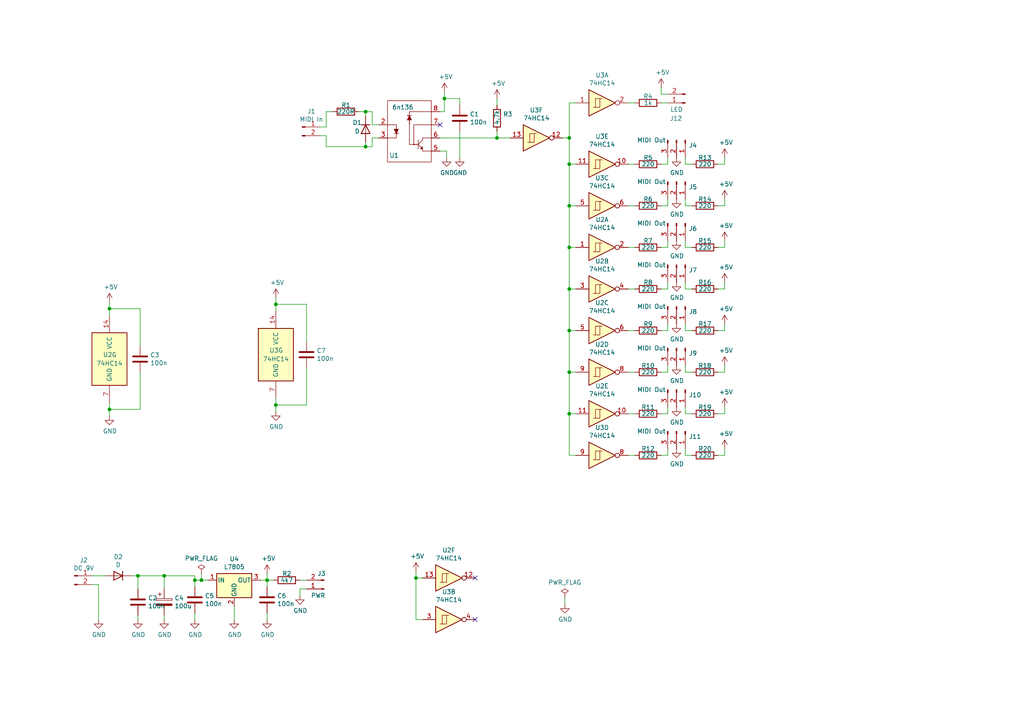
<source format=kicad_sch>
(kicad_sch (version 20230121) (generator eeschema)
  (paper "A4")
  (title_block (title "MIDI splitter") (company "DorisS"))
  (lib_symbols
    (symbol "74xx:74HC14" (pin_names (offset 1.016))
      (property "Reference" "U" (at 0 1.27 0))
      (property "Value" "74HC14" (at 0 -1.27 0))
      (symbol "74HC14_1_0"
        (polyline (pts (xy -3.81 3.81) (xy -3.81 -3.81) (xy 3.81 0) (xy -3.81 3.81)) (stroke (width 0.254)) (fill (type background)))
        (pin input line (at -7.62 0 0) (length 3.81) (name "~") (number "1"))
        (pin output inverted (at 7.62 0 180) (length 3.81) (name "~") (number "2"))
      )
      (symbol "74HC14_1_1"
        (polyline (pts (xy -1.905 -1.27) (xy -1.905 1.27) (xy -0.635 1.27)))
        (polyline (pts (xy -2.54 -1.27) (xy -0.635 -1.27) (xy -0.635 1.27) (xy 0 1.27)))
      )
      (symbol "74HC14_2_0"
        (polyline (pts (xy -3.81 3.81) (xy -3.81 -3.81) (xy 3.81 0) (xy -3.81 3.81)) (stroke (width 0.254)) (fill (type background)))
        (pin input line (at -7.62 0 0) (length 3.81) (name "~") (number "3"))
        (pin output inverted (at 7.62 0 180) (length 3.81) (name "~") (number "4"))
      )
      (symbol "74HC14_2_1"
        (polyline (pts (xy -1.905 -1.27) (xy -1.905 1.27) (xy -0.635 1.27)))
        (polyline (pts (xy -2.54 -1.27) (xy -0.635 -1.27) (xy -0.635 1.27) (xy 0 1.27)))
      )
      (symbol "74HC14_3_0"
        (polyline (pts (xy -3.81 3.81) (xy -3.81 -3.81) (xy 3.81 0) (xy -3.81 3.81)) (stroke (width 0.254)) (fill (type background)))
        (pin input line (at -7.62 0 0) (length 3.81) (name "~") (number "5"))
        (pin output inverted (at 7.62 0 180) (length 3.81) (name "~") (number "6"))
      )
      (symbol "74HC14_3_1"
        (polyline (pts (xy -1.905 -1.27) (xy -1.905 1.27) (xy -0.635 1.27)))
        (polyline (pts (xy -2.54 -1.27) (xy -0.635 -1.27) (xy -0.635 1.27) (xy 0 1.27)))
      )
      (symbol "74HC14_4_0"
        (polyline (pts (xy -3.81 3.81) (xy -3.81 -3.81) (xy 3.81 0) (xy -3.81 3.81)) (stroke (width 0.254)) (fill (type background)))
        (pin output inverted (at 7.62 0 180) (length 3.81) (name "~") (number "8"))
        (pin input line (at -7.62 0 0) (length 3.81) (name "~") (number "9"))
      )
      (symbol "74HC14_4_1"
        (polyline (pts (xy -1.905 -1.27) (xy -1.905 1.27) (xy -0.635 1.27)))
        (polyline (pts (xy -2.54 -1.27) (xy -0.635 -1.27) (xy -0.635 1.27) (xy 0 1.27)))
      )
      (symbol "74HC14_5_0"
        (polyline (pts (xy -3.81 3.81) (xy -3.81 -3.81) (xy 3.81 0) (xy -3.81 3.81)) (stroke (width 0.254)) (fill (type background)))
        (pin output inverted (at 7.62 0 180) (length 3.81) (name "~") (number "10"))
        (pin input line (at -7.62 0 0) (length 3.81) (name "~") (number "11"))
      )
      (symbol "74HC14_5_1"
        (polyline (pts (xy -1.905 -1.27) (xy -1.905 1.27) (xy -0.635 1.27)))
        (polyline (pts (xy -2.54 -1.27) (xy -0.635 -1.27) (xy -0.635 1.27) (xy 0 1.27)))
      )
      (symbol "74HC14_6_0"
        (polyline (pts (xy -3.81 3.81) (xy -3.81 -3.81) (xy 3.81 0) (xy -3.81 3.81)) (stroke (width 0.254)) (fill (type background)))
        (pin output inverted (at 7.62 0 180) (length 3.81) (name "~") (number "12"))
        (pin input line (at -7.62 0 0) (length 3.81) (name "~") (number "13"))
      )
      (symbol "74HC14_6_1"
        (polyline (pts (xy -1.905 -1.27) (xy -1.905 1.27) (xy -0.635 1.27)))
        (polyline (pts (xy -2.54 -1.27) (xy -0.635 -1.27) (xy -0.635 1.27) (xy 0 1.27)))
      )
      (symbol "74HC14_7_0"
        (pin power_in line (at 0 12.7 270) (length 5.08) (name "VCC") (number "14"))
        (pin power_in line (at 0 -12.7 90) (length 5.08) (name "GND") (number "7"))
      )
      (symbol "74HC14_7_1"
        (rectangle (start -5.08 7.62) (end 5.08 -7.62) (stroke (width 0.254)) (fill (type background)))
      )
    )
    (symbol "Connector:Conn_01x02_Male" (pin_names (offset 1.016) hide)
      (property "Reference" "J" (at 0 2.54 0))
      (property "Value" "Connector_Conn_01x02_Male" (at 0 -5.08 0))
      (symbol "Conn_01x02_Male_1_1"
        (polyline (pts (xy 1.27 -2.54) (xy 0.8636 -2.54)) (stroke (width 0.1524)))
        (polyline (pts (xy 1.27 0) (xy 0.8636 0)) (stroke (width 0.1524)))
        (rectangle (start 0.8636 -2.413) (end 0 -2.667) (stroke (width 0.1524)) (fill (type outline)))
        (rectangle (start 0.8636 0.127) (end 0 -0.127) (stroke (width 0.1524)) (fill (type outline)))
        (pin passive line (at 5.08 0 180) (length 3.81) (name "Pin_1") (number "1"))
        (pin passive line (at 5.08 -2.54 180) (length 3.81) (name "Pin_2") (number "2"))
      )
    )
    (symbol "Connector:Conn_01x03_Male" (pin_names (offset 1.016) hide)
      (property "Reference" "J" (at 0 5.08 0))
      (property "Value" "Connector_Conn_01x03_Male" (at 0 -5.08 0))
      (symbol "Conn_01x03_Male_1_1"
        (polyline (pts (xy 1.27 -2.54) (xy 0.8636 -2.54)) (stroke (width 0.1524)))
        (polyline (pts (xy 1.27 0) (xy 0.8636 0)) (stroke (width 0.1524)))
        (polyline (pts (xy 1.27 2.54) (xy 0.8636 2.54)) (stroke (width 0.1524)))
        (rectangle (start 0.8636 -2.413) (end 0 -2.667) (stroke (width 0.1524)) (fill (type outline)))
        (rectangle (start 0.8636 0.127) (end 0 -0.127) (stroke (width 0.1524)) (fill (type outline)))
        (rectangle (start 0.8636 2.667) (end 0 2.413) (stroke (width 0.1524)) (fill (type outline)))
        (pin passive line (at 5.08 2.54 180) (length 3.81) (name "Pin_1") (number "1"))
        (pin passive line (at 5.08 0 180) (length 3.81) (name "Pin_2") (number "2"))
        (pin passive line (at 5.08 -2.54 180) (length 3.81) (name "Pin_3") (number "3"))
      )
    )
    (symbol "Device:C" (pin_numbers hide) (pin_names (offset 0.254))
      (property "Reference" "C" (at 0.635 2.54 0))
      (property "Value" "C" (at 0.635 -2.54 0))
      (symbol "C_0_1"
        (polyline (pts (xy -2.032 -0.762) (xy 2.032 -0.762)) (stroke (width 0.508)))
        (polyline (pts (xy -2.032 0.762) (xy 2.032 0.762)) (stroke (width 0.508)))
      )
      (symbol "C_1_1"
        (pin passive line (at 0 3.81 270) (length 2.794) (name "~") (number "1"))
        (pin passive line (at 0 -3.81 90) (length 2.794) (name "~") (number "2"))
      )
    )
    (symbol "Device:CP" (pin_numbers hide) (pin_names (offset 0.254))
      (property "Reference" "C" (at 0.635 2.54 0))
      (property "Value" "Device_CP" (at 0.635 -2.54 0))
      (symbol "CP_0_1"
        (rectangle (start -2.286 0.508) (end -2.286 1.016))
        (rectangle (start -2.286 0.508) (end 2.286 0.508))
        (polyline (pts (xy -1.778 2.286) (xy -0.762 2.286)))
        (polyline (pts (xy -1.27 2.794) (xy -1.27 1.778)))
        (rectangle (start 2.286 -0.508) (end -2.286 -1.016) (fill (type outline)))
        (rectangle (start 2.286 1.016) (end -2.286 1.016))
        (rectangle (start 2.286 1.016) (end 2.286 0.508))
      )
      (symbol "CP_1_1"
        (pin passive line (at 0 3.81 270) (length 2.794) (name "~") (number "1"))
        (pin passive line (at 0 -3.81 90) (length 2.794) (name "~") (number "2"))
      )
    )
    (symbol "Device:D" (pin_numbers hide) (pin_names (offset 1.016) hide)
      (property "Reference" "D" (at 0 2.54 0))
      (property "Value" "D" (at 0 -2.54 0))
      (symbol "D_0_1"
        (polyline (pts (xy -1.27 1.27) (xy -1.27 -1.27)) (stroke (width 0.254)))
        (polyline (pts (xy 1.27 0) (xy -1.27 0)))
        (polyline (pts (xy 1.27 1.27) (xy 1.27 -1.27) (xy -1.27 0) (xy 1.27 1.27)) (stroke (width 0.254)))
      )
      (symbol "D_1_1"
        (pin passive line (at -3.81 0 0) (length 2.54) (name "K") (number "1"))
        (pin passive line (at 3.81 0 180) (length 2.54) (name "A") (number "2"))
      )
    )
    (symbol "Device:R" (pin_numbers hide) (pin_names (offset 0))
      (property "Reference" "R" (at 2.032 0 90))
      (property "Value" "R" (at 0 0 90))
      (symbol "R_0_1"
        (rectangle (start -1.016 -2.54) (end 1.016 2.54) (stroke (width 0.254)))
      )
      (symbol "R_1_1"
        (pin passive line (at 0 3.81 270) (length 1.27) (name "~") (number "1"))
        (pin passive line (at 0 -3.81 90) (length 1.27) (name "~") (number "2"))
      )
    )
    (symbol "Regulator_Linear:L7805" (pin_names (offset 0.254))
      (property "Reference" "U" (at -3.81 3.175 0))
      (property "Value" "L7805" (at 0 3.175 0))
      (symbol "L7805_0_1"
        (rectangle (start -5.08 1.905) (end 5.08 -5.08) (stroke (width 0.254)) (fill (type background)))
      )
      (symbol "L7805_1_1"
        (pin power_in line (at -7.62 0 0) (length 2.54) (name "IN") (number "1"))
        (pin power_in line (at 0 -7.62 90) (length 2.54) (name "GND") (number "2"))
        (pin power_out line (at 7.62 0 180) (length 2.54) (name "OUT") (number "3"))
      )
    )
    (symbol "Relay_SolidState:6n136" (pin_names (offset 1.016))
      (property "Reference" "U" (at 0 7.62 0))
      (property "Value" "6n136" (at 0 -7.62 0))
      (symbol "6n136_0_1"
        (polyline (pts (xy -6.35 -1.905) (xy -3.81 -1.905)))
        (polyline (pts (xy -4.445 -0.635) (xy -3.175 -0.635)))
        (polyline (pts (xy -3.81 -1.905) (xy -3.81 -1.905)))
        (polyline (pts (xy -3.81 -1.27) (xy -3.81 -1.905)))
        (polyline (pts (xy -3.81 1.27) (xy -3.81 0.635)))
        (polyline (pts (xy -3.81 1.905) (xy -6.35 1.905)))
        (polyline (pts (xy -3.81 1.905) (xy -3.81 1.27)))
        (polyline (pts (xy 0 -3.81) (xy 0 -2.54)))
        (polyline (pts (xy 0 -2.54) (xy 0 -2.54)))
        (polyline (pts (xy 0 2.54) (xy 0 -2.54)))
        (polyline (pts (xy 0 2.667) (xy 0 3.302)))
        (polyline (pts (xy 0 3.175) (xy 0 1.905)))
        (polyline (pts (xy 0.635 4.572) (xy -0.635 4.572)))
        (polyline (pts (xy 2.54 -3.81) (xy 1.905 -3.81)))
        (polyline (pts (xy 2.54 -2.54) (xy 2.54 -5.08)))
        (polyline (pts (xy 3.683 -4.826) (xy 3.683 -4.953)))
        (polyline (pts (xy 3.81 -5.715) (xy 6.35 -5.715)))
        (polyline (pts (xy 3.81 -5.08) (xy 3.81 -5.715)))
        (polyline (pts (xy 3.81 -5.08) (xy 3.81 -5.08)))
        (polyline (pts (xy 3.81 -1.905) (xy 3.81 -2.54)))
        (polyline (pts (xy 6.35 -5.715) (xy 6.35 -5.715)))
        (polyline (pts (xy 6.35 -1.905) (xy 3.81 -1.905)))
        (polyline (pts (xy 19.685 -12.065) (xy 19.685 -12.065)))
        (polyline (pts (xy -3.175 -0.635) (xy -3.81 -0.635) (xy -3.81 -1.27)))
        (polyline (pts (xy -0.635 4.572) (xy 0 4.572) (xy 0 5.207)))
        (polyline (pts (xy 1.27 -3.81) (xy 1.27 1.905) (xy 6.35 1.905)))
        (polyline (pts (xy 1.905 -3.81) (xy 1.27 -3.81) (xy 0 -3.81)))
        (polyline (pts (xy 3.81 -5.08) (xy 2.54 -3.81) (xy 3.81 -2.54)))
        (polyline (pts (xy 6.35 5.715) (xy 0 5.715) (xy 0 5.08)))
        (polyline (pts (xy 3.683 -4.699) (xy 3.429 -4.953) (xy 3.556 -4.953) (xy 3.683 -4.826)))
        (polyline (pts (xy 3.81 -5.08) (xy 3.81 -4.445) (xy 3.175 -5.08) (xy 3.81 -5.08)))
        (polyline (pts (xy -3.81 -0.508) (xy -3.937 0) (xy -3.937 0.254) (xy -3.937 0.508) (xy -3.302 0.508)))
        (polyline (pts (xy -3.81 0.635) (xy -3.175 0.635) (xy -3.81 -0.635) (xy -4.445 0.635) (xy -3.81 0.635)))
        (polyline (pts (xy 0 3.302) (xy -0.635 3.302) (xy 0 4.572) (xy 0.635 3.302) (xy 0 3.302)))
        (polyline (pts (xy 0 4.445) (xy 0.127 3.937) (xy 0.127 3.683) (xy 0.127 3.429) (xy -0.508 3.429)))
        (polyline (pts (xy 6.35 5.08) (xy 6.35 -8.89) (xy -6.35 -8.89) (xy -6.35 8.89) (xy -2.54 8.89) (xy 6.35 8.89) (xy 6.35 5.08)))
        (polyline (pts (xy -3.302 0.508) (xy -3.81 -0.381) (xy -3.429 0.508) (xy -3.937 -0.254) (xy -3.556 0.508) (xy -3.937 -0.127) (xy -3.683 0.508) (xy -3.937 -0.127) (xy -4.064 0) (xy -3.81 0.508) (xy -4.318 0.508) (xy -4.064 0.127) (xy -4.064 0.381) (xy -3.937 0.381) (xy -4.191 0.381)))
        (polyline (pts (xy -0.508 3.429) (xy 0 4.318) (xy -0.381 3.429) (xy 0.127 4.191) (xy -0.254 3.429) (xy 0.127 4.064) (xy -0.127 3.429) (xy 0.127 4.064) (xy 0.254 3.937) (xy 0 3.429) (xy 0.508 3.429) (xy 0.254 3.81) (xy 0.254 3.556) (xy 0.127 3.556) (xy 0.381 3.556)))
        (circle (center 1.27 -3.81) (radius 0.0001))
        (circle (center 1.27 -3.81) (radius 0.127))
        (circle (center 1.905 -3.81) (radius 0.0001))
        (circle (center 3.683 -4.953) (radius 0.0001))
      )
      (symbol "6n136_1_1"
        (pin no_connect line (at -8.89 5.715 0) (length 2.54) hide (name "NC") (number "1"))
        (pin passive line (at -8.89 1.905 0) (length 2.54) (name "~") (number "2"))
        (pin passive line (at -8.89 -1.905 0) (length 2.54) (name "~") (number "3"))
        (pin no_connect line (at -8.89 -5.715 0) (length 2.54) hide (name "NC") (number "4"))
        (pin passive line (at 8.89 -5.715 180) (length 2.54) (name "~") (number "5"))
        (pin passive line (at 8.89 -1.905 180) (length 2.54) (name "~") (number "6"))
        (pin passive line (at 8.89 1.905 180) (length 2.54) (name "~") (number "7"))
        (pin passive line (at 8.89 5.715 180) (length 2.54) (name "~") (number "8"))
      )
    )
    (symbol "power:+5V" (power) (pin_names (offset 0))
      (property "Value" "+5V" (at 0 3.556 0))
      (symbol "+5V_0_1"
        (polyline (pts (xy -0.762 1.27) (xy 0 2.54)))
        (polyline (pts (xy 0 0) (xy 0 2.54)))
        (polyline (pts (xy 0 2.54) (xy 0.762 1.27)))
      )
      (symbol "+5V_1_1"
        (pin power_in line (at 0 0 90) (length 0) hide (name "+5V") (number "1"))
      )
    )
    (symbol "power:GND" (power) (pin_names (offset 0))
      (property "Value" "GND" (at 0 -3.81 0))
      (symbol "GND_0_1"
        (polyline (pts (xy 0 0) (xy 0 -1.27) (xy 1.27 -1.27) (xy 0 -2.54) (xy -1.27 -1.27) (xy 0 -1.27)))
      )
      (symbol "GND_1_1"
        (pin power_in line (at 0 0 270) (length 0) hide (name "GND") (number "1"))
      )
    )
    (symbol "power:PWR_FLAG" (power) (pin_numbers hide) (pin_names (offset 0) hide)
      (property "Value" "PWR_FLAG" (at 0 3.81 0))
      (symbol "PWR_FLAG_0_0"
        (pin power_out line (at 0 0 90) (length 0) (name "pwr") (number "1"))
      )
      (symbol "PWR_FLAG_0_1"
        (polyline (pts (xy 0 0) (xy 0 1.27) (xy -1.016 1.905) (xy 0 2.54) (xy 1.016 1.905) (xy 0 1.27)))
      )
    )
  )
  (junction (at 56.515 168.275))
  (junction (at 128.905 28.575))
  (junction (at 165.1 40.005))
  (junction (at 165.1 83.82))
  (junction (at 165.1 95.885))
  (junction (at 120.65 167.64))
  (junction (at 80.01 88.265))
  (junction (at 80.01 117.475))
  (junction (at 106.045 42.545))
  (junction (at 165.1 71.755))
  (junction (at 106.045 32.385))
  (junction (at 31.75 118.745))
  (junction (at 77.47 168.275))
  (junction (at 144.145 40.005))
  (junction (at 165.1 47.625))
  (junction (at 40.005 167.005))
  (junction (at 165.1 59.69))
  (junction (at 165.1 120.015))
  (junction (at 47.625 167.005))
  (junction (at 31.75 89.535))
  (junction (at 58.42 168.275))
  (junction (at 165.1 107.95))
  (no_connect (at 137.795 179.705))
  (no_connect (at 127.635 36.195))
  (no_connect (at 137.795 167.64))
  (wire (pts (xy 40.005 167.005) (xy 40.005 170.815)))
  (wire (pts (xy 60.325 168.275) (xy 58.42 168.275)))
  (wire (pts (xy 193.675 83.82) (xy 191.77 83.82)))
  (wire (pts (xy 38.1 167.005) (xy 40.005 167.005)))
  (wire (pts (xy 210.185 130.175) (xy 210.185 132.08)))
  (wire (pts (xy 88.9 117.475) (xy 88.9 106.68)))
  (wire (pts (xy 167.005 47.625) (xy 165.1 47.625)))
  (wire (pts (xy 198.755 93.98) (xy 198.755 95.885)))
  (wire (pts (xy 88.9 117.475) (xy 80.01 117.475)))
  (wire (pts (xy 31.75 116.84) (xy 31.75 118.745)))
  (wire (pts (xy 165.1 29.845) (xy 167.005 29.845)))
  (wire (pts (xy 210.185 106.045) (xy 210.185 107.95)))
  (wire (pts (xy 210.185 95.885) (xy 208.28 95.885)))
  (wire (pts (xy 193.675 130.175) (xy 193.675 132.08)))
  (wire (pts (xy 31.75 89.535) (xy 31.75 91.44)))
  (wire (pts (xy 30.48 167.005) (xy 26.67 167.005)))
  (wire (pts (xy 210.185 47.625) (xy 208.28 47.625)))
  (wire (pts (xy 88.9 99.06) (xy 88.9 88.265)))
  (wire (pts (xy 58.42 168.275) (xy 56.515 168.275)))
  (wire (pts (xy 198.755 57.785) (xy 198.755 59.69)))
  (wire (pts (xy 165.1 95.885) (xy 165.1 107.95)))
  (wire (pts (xy 198.755 118.11) (xy 198.755 120.015)))
  (wire (pts (xy 107.95 32.385) (xy 106.045 32.385)))
  (wire (pts (xy 47.625 178.435) (xy 47.625 179.705)))
  (wire (pts (xy 144.145 38.1) (xy 144.145 40.005)))
  (wire (pts (xy 193.675 120.015) (xy 191.77 120.015)))
  (wire (pts (xy 77.47 177.8) (xy 77.47 179.705)))
  (wire (pts (xy 56.515 168.275) (xy 56.515 167.005)))
  (wire (pts (xy 182.245 132.08) (xy 184.15 132.08)))
  (wire (pts (xy 198.755 81.915) (xy 198.755 83.82)))
  (wire (pts (xy 120.65 167.64) (xy 120.65 179.705)))
  (wire (pts (xy 40.64 100.33) (xy 40.64 89.535)))
  (wire (pts (xy 193.675 45.72) (xy 193.675 47.625)))
  (wire (pts (xy 77.47 168.275) (xy 75.565 168.275)))
  (wire (pts (xy 86.995 170.815) (xy 88.9 170.815)))
  (wire (pts (xy 198.755 59.69) (xy 200.66 59.69)))
  (wire (pts (xy 182.245 95.885) (xy 184.15 95.885)))
  (wire (pts (xy 210.185 118.11) (xy 210.185 120.015)))
  (wire (pts (xy 94.615 39.37) (xy 94.615 42.545)))
  (wire (pts (xy 129.54 45.72) (xy 129.54 43.815)))
  (wire (pts (xy 198.755 69.85) (xy 198.755 71.755)))
  (wire (pts (xy 193.675 118.11) (xy 193.675 120.015)))
  (wire (pts (xy 40.64 118.745) (xy 40.64 107.95)))
  (wire (pts (xy 107.95 42.545) (xy 107.95 40.005)))
  (wire (pts (xy 167.005 83.82) (xy 165.1 83.82)))
  (wire (pts (xy 165.1 120.015) (xy 165.1 132.08)))
  (wire (pts (xy 79.375 168.275) (xy 77.47 168.275)))
  (wire (pts (xy 133.35 28.575) (xy 128.905 28.575)))
  (wire (pts (xy 88.9 88.265) (xy 80.01 88.265)))
  (wire (pts (xy 106.045 41.275) (xy 106.045 42.545)))
  (wire (pts (xy 40.005 178.435) (xy 40.005 179.705)))
  (wire (pts (xy 165.1 40.005) (xy 165.1 29.845)))
  (wire (pts (xy 28.575 179.705) (xy 28.575 169.545)))
  (wire (pts (xy 193.675 57.785) (xy 193.675 59.69)))
  (wire (pts (xy 80.01 115.57) (xy 80.01 117.475)))
  (wire (pts (xy 182.245 47.625) (xy 184.15 47.625)))
  (wire (pts (xy 94.615 32.385) (xy 96.52 32.385)))
  (wire (pts (xy 127.635 32.385) (xy 128.905 32.385)))
  (wire (pts (xy 106.045 33.655) (xy 106.045 32.385)))
  (wire (pts (xy 47.625 167.005) (xy 47.625 170.815)))
  (wire (pts (xy 107.95 36.195) (xy 107.95 32.385)))
  (wire (pts (xy 198.755 45.72) (xy 198.755 47.625)))
  (wire (pts (xy 86.995 168.275) (xy 88.9 168.275)))
  (wire (pts (xy 191.77 29.845) (xy 193.675 29.845)))
  (wire (pts (xy 198.755 95.885) (xy 200.66 95.885)))
  (wire (pts (xy 58.42 166.37) (xy 58.42 168.275)))
  (wire (pts (xy 167.005 95.885) (xy 165.1 95.885)))
  (wire (pts (xy 210.185 69.85) (xy 210.185 71.755)))
  (wire (pts (xy 147.955 40.005) (xy 144.145 40.005)))
  (wire (pts (xy 86.995 172.72) (xy 86.995 170.815)))
  (wire (pts (xy 128.905 28.575) (xy 128.905 32.385)))
  (wire (pts (xy 198.755 132.08) (xy 200.66 132.08)))
  (wire (pts (xy 198.755 130.175) (xy 198.755 132.08)))
  (wire (pts (xy 210.185 107.95) (xy 208.28 107.95)))
  (wire (pts (xy 191.77 27.305) (xy 193.675 27.305)))
  (wire (pts (xy 198.755 120.015) (xy 200.66 120.015)))
  (wire (pts (xy 193.675 106.045) (xy 193.675 107.95)))
  (wire (pts (xy 198.755 107.95) (xy 200.66 107.95)))
  (wire (pts (xy 80.01 86.36) (xy 80.01 88.265)))
  (wire (pts (xy 165.1 107.95) (xy 165.1 120.015)))
  (wire (pts (xy 198.755 71.755) (xy 200.66 71.755)))
  (wire (pts (xy 77.47 166.37) (xy 77.47 168.275)))
  (wire (pts (xy 191.77 25.4) (xy 191.77 27.305)))
  (wire (pts (xy 77.47 170.18) (xy 77.47 168.275)))
  (wire (pts (xy 193.675 81.915) (xy 193.675 83.82)))
  (wire (pts (xy 210.185 83.82) (xy 208.28 83.82)))
  (wire (pts (xy 167.005 132.08) (xy 165.1 132.08)))
  (wire (pts (xy 182.245 83.82) (xy 184.15 83.82)))
  (wire (pts (xy 67.945 179.705) (xy 67.945 175.895)))
  (wire (pts (xy 128.905 26.67) (xy 128.905 28.575)))
  (wire (pts (xy 94.615 32.385) (xy 94.615 36.83)))
  (wire (pts (xy 165.1 71.755) (xy 165.1 59.69)))
  (wire (pts (xy 94.615 36.83) (xy 92.71 36.83)))
  (wire (pts (xy 92.71 39.37) (xy 94.615 39.37)))
  (wire (pts (xy 109.855 36.195) (xy 107.95 36.195)))
  (wire (pts (xy 133.35 30.48) (xy 133.35 28.575)))
  (wire (pts (xy 26.67 169.545) (xy 28.575 169.545)))
  (wire (pts (xy 47.625 167.005) (xy 40.005 167.005)))
  (wire (pts (xy 210.185 71.755) (xy 208.28 71.755)))
  (wire (pts (xy 165.1 59.69) (xy 165.1 47.625)))
  (wire (pts (xy 210.185 93.98) (xy 210.185 95.885)))
  (wire (pts (xy 182.245 107.95) (xy 184.15 107.95)))
  (wire (pts (xy 193.675 59.69) (xy 191.77 59.69)))
  (wire (pts (xy 167.005 71.755) (xy 165.1 71.755)))
  (wire (pts (xy 210.185 81.915) (xy 210.185 83.82)))
  (wire (pts (xy 193.675 132.08) (xy 191.77 132.08)))
  (wire (pts (xy 165.1 83.82) (xy 165.1 71.755)))
  (wire (pts (xy 210.185 59.69) (xy 208.28 59.69)))
  (wire (pts (xy 133.35 45.72) (xy 133.35 38.1)))
  (wire (pts (xy 193.675 93.98) (xy 193.675 95.885)))
  (wire (pts (xy 163.195 40.005) (xy 165.1 40.005)))
  (wire (pts (xy 40.64 118.745) (xy 31.75 118.745)))
  (wire (pts (xy 167.005 59.69) (xy 165.1 59.69)))
  (wire (pts (xy 31.75 118.745) (xy 31.75 120.65)))
  (wire (pts (xy 193.675 69.85) (xy 193.675 71.755)))
  (wire (pts (xy 80.01 88.265) (xy 80.01 90.17)))
  (wire (pts (xy 193.675 47.625) (xy 191.77 47.625)))
  (wire (pts (xy 193.675 95.885) (xy 191.77 95.885)))
  (wire (pts (xy 165.1 95.885) (xy 165.1 83.82)))
  (wire (pts (xy 129.54 43.815) (xy 127.635 43.815)))
  (wire (pts (xy 120.65 165.735) (xy 120.65 167.64)))
  (wire (pts (xy 107.95 40.005) (xy 109.855 40.005)))
  (wire (pts (xy 167.005 107.95) (xy 165.1 107.95)))
  (wire (pts (xy 210.185 132.08) (xy 208.28 132.08)))
  (wire (pts (xy 210.185 45.72) (xy 210.185 47.625)))
  (wire (pts (xy 182.245 59.69) (xy 184.15 59.69)))
  (wire (pts (xy 56.515 168.275) (xy 56.515 170.18)))
  (wire (pts (xy 56.515 179.705) (xy 56.515 177.8)))
  (wire (pts (xy 182.245 71.755) (xy 184.15 71.755)))
  (wire (pts (xy 210.185 57.785) (xy 210.185 59.69)))
  (wire (pts (xy 198.755 47.625) (xy 200.66 47.625)))
  (wire (pts (xy 198.755 83.82) (xy 200.66 83.82)))
  (wire (pts (xy 94.615 42.545) (xy 106.045 42.545)))
  (wire (pts (xy 144.145 30.48) (xy 144.145 28.575)))
  (wire (pts (xy 80.01 117.475) (xy 80.01 119.38)))
  (wire (pts (xy 31.75 87.63) (xy 31.75 89.535)))
  (wire (pts (xy 193.675 71.755) (xy 191.77 71.755)))
  (wire (pts (xy 122.555 167.64) (xy 120.65 167.64)))
  (wire (pts (xy 182.245 120.015) (xy 184.15 120.015)))
  (wire (pts (xy 184.15 29.845) (xy 182.245 29.845)))
  (wire (pts (xy 127.635 40.005) (xy 144.145 40.005)))
  (wire (pts (xy 40.64 89.535) (xy 31.75 89.535)))
  (wire (pts (xy 163.83 173.355) (xy 163.83 175.26)))
  (wire (pts (xy 167.005 120.015) (xy 165.1 120.015)))
  (wire (pts (xy 56.515 167.005) (xy 47.625 167.005)))
  (wire (pts (xy 120.65 179.705) (xy 122.555 179.705)))
  (wire (pts (xy 198.755 106.045) (xy 198.755 107.95)))
  (wire (pts (xy 106.045 42.545) (xy 107.95 42.545)))
  (wire (pts (xy 210.185 120.015) (xy 208.28 120.015)))
  (wire (pts (xy 165.1 47.625) (xy 165.1 40.005)))
  (wire (pts (xy 106.045 32.385) (xy 104.14 32.385)))
  (wire (pts (xy 193.675 107.95) (xy 191.77 107.95)))
  (symbol (lib_id "Connector:Conn_01x02_Male") (at 87.63 36.83 0) (unit 1)
    (property "Reference" "J1" (at 90.3224 32.3088 0))
    (property "Value" "MIDI In" (at 90.3224 34.6202 0))
    (property "Footprint" "Connector_Molex:Molex_KK-254_AE-6410-02A_1x02_P2.54mm_Vertical" (effects hide))
  )
  (symbol (lib_id "Device:R") (at 100.33 32.385 270) (unit 1)
    (property "Reference" "R1" (at 100.33 30.48 90))
    (property "Value" "220R" (at 100.33 32.385 90))
    (property "Footprint" "Resistor_THT:R_Axial_DIN0207_L6.3mm_D2.5mm_P7.62mm_Horizontal" (effects hide))
  )
  (symbol (lib_id "Relay_SolidState:6n136") (at 118.745 38.1 0) (unit 1)
    (property "Reference" "U1" (at 114.3 45.085 0))
    (property "Value" "6n136" (at 116.84 31.115 0))
    (property "Footprint" "Package_DIP:DIP-8_W7.62mm_LongPads" (effects hide))
  )
  (symbol (lib_id "Device:D") (at 106.045 37.465 90) (mirror x) (unit 1)
    (property "Reference" "D1" (at 102.235 35.56 90) (effects (justify right)))
    (property "Value" "D" (at 102.87 38.1 90) (effects (justify right)))
    (property "Footprint" "Diode_THT:D_T-1_P5.08mm_Horizontal" (effects hide))
  )
  (symbol (lib_id "power:+5V") (at 128.905 26.67 0) (unit 1)
    (property "Reference" "#PWR01" (effects hide))
    (property "Value" "+5V" (at 129.286 22.2758 0))
  )
  (symbol (lib_id "power:GND") (at 129.54 45.72 0) (unit 1)
    (property "Reference" "#PWR02" (effects hide))
    (property "Value" "GND" (at 129.667 50.1142 0))
  )
  (symbol (lib_id "Device:R") (at 144.145 34.29 0) (unit 1)
    (property "Reference" "R3" (at 145.923 33.1216 0) (effects (justify left)))
    (property "Value" "4.7k" (at 144.145 36.195 90) (effects (justify left)))
    (property "Footprint" "Resistor_THT:R_Axial_DIN0207_L6.3mm_D2.5mm_P7.62mm_Horizontal" (effects hide))
  )
  (symbol (lib_id "power:+5V") (at 144.145 28.575 0) (unit 1)
    (property "Reference" "#PWR04" (effects hide))
    (property "Value" "+5V" (at 144.526 24.1808 0))
  )
  (symbol (lib_id "74xx:74HC14") (at 155.575 40.005 0) (unit 6)
    (property "Reference" "U3" (at 155.575 31.9532 0))
    (property "Value" "74HC14" (at 155.575 34.2646 0))
    (property "Footprint" "Package_DIP:DIP-14_W7.62mm_LongPads" (effects hide))
    (property "Datasheet" "http://www.ti.com/lit/gpn/sn74HC14" (effects hide))
  )
  (symbol (lib_id "74xx:74HC14") (at 174.625 29.845 0) (unit 1)
    (property "Reference" "U3" (at 174.625 21.7932 0))
    (property "Value" "74HC14" (at 174.625 24.1046 0))
    (property "Footprint" "Package_DIP:DIP-14_W7.62mm_LongPads" (effects hide))
    (property "Datasheet" "http://www.ti.com/lit/gpn/sn74HC14" (effects hide))
  )
  (symbol (lib_id "74xx:74HC14") (at 174.625 47.625 0) (unit 5)
    (property "Reference" "U3" (at 174.625 39.5732 0))
    (property "Value" "74HC14" (at 174.625 41.8846 0))
    (property "Footprint" "Package_DIP:DIP-14_W7.62mm_LongPads" (effects hide))
    (property "Datasheet" "http://www.ti.com/lit/gpn/sn74HC14" (effects hide))
  )
  (symbol (lib_id "74xx:74HC14") (at 174.625 59.69 0) (unit 3)
    (property "Reference" "U3" (at 174.625 51.6382 0))
    (property "Value" "74HC14" (at 174.625 53.9496 0))
    (property "Footprint" "Package_DIP:DIP-14_W7.62mm_LongPads" (effects hide))
    (property "Datasheet" "http://www.ti.com/lit/gpn/sn74HC14" (effects hide))
  )
  (symbol (lib_id "74xx:74HC14") (at 174.625 71.755 0) (unit 1)
    (property "Reference" "U2" (at 174.625 63.7032 0))
    (property "Value" "74HC14" (at 174.625 66.0146 0))
    (property "Footprint" "Package_DIP:DIP-14_W7.62mm_LongPads" (effects hide))
    (property "Datasheet" "http://www.ti.com/lit/gpn/sn74HC14" (effects hide))
  )
  (symbol (lib_id "Device:R") (at 187.96 29.845 270) (unit 1)
    (property "Reference" "R4" (at 187.96 27.94 90))
    (property "Value" "1k" (at 187.96 29.845 90))
    (property "Footprint" "Resistor_THT:R_Axial_DIN0207_L6.3mm_D2.5mm_P7.62mm_Horizontal" (effects hide))
  )
  (symbol (lib_id "power:+5V") (at 191.77 25.4 0) (unit 1)
    (property "Reference" "#PWR05" (effects hide))
    (property "Value" "+5V" (at 192.151 21.0058 0))
  )
  (symbol (lib_id "74xx:74HC14") (at 174.625 83.82 0) (unit 2)
    (property "Reference" "U2" (at 174.625 75.7682 0))
    (property "Value" "74HC14" (at 174.625 78.0796 0))
    (property "Footprint" "Package_DIP:DIP-14_W7.62mm_LongPads" (effects hide))
    (property "Datasheet" "http://www.ti.com/lit/gpn/sn74HC14" (effects hide))
  )
  (symbol (lib_id "74xx:74HC14") (at 174.625 95.885 0) (unit 3)
    (property "Reference" "U2" (at 174.625 87.8332 0))
    (property "Value" "74HC14" (at 174.625 90.1446 0))
    (property "Footprint" "Package_DIP:DIP-14_W7.62mm_LongPads" (effects hide))
    (property "Datasheet" "http://www.ti.com/lit/gpn/sn74HC14" (effects hide))
  )
  (symbol (lib_id "74xx:74HC14") (at 174.625 107.95 0) (unit 4)
    (property "Reference" "U2" (at 174.625 99.8982 0))
    (property "Value" "74HC14" (at 174.625 102.2096 0))
    (property "Footprint" "Package_DIP:DIP-14_W7.62mm_LongPads" (effects hide))
    (property "Datasheet" "http://www.ti.com/lit/gpn/sn74HC14" (effects hide))
  )
  (symbol (lib_id "74xx:74HC14") (at 174.625 120.015 0) (unit 5)
    (property "Reference" "U2" (at 174.625 111.9632 0))
    (property "Value" "74HC14" (at 174.625 114.2746 0))
    (property "Footprint" "Package_DIP:DIP-14_W7.62mm_LongPads" (effects hide))
    (property "Datasheet" "http://www.ti.com/lit/gpn/sn74HC14" (effects hide))
  )
  (symbol (lib_id "74xx:74HC14") (at 174.625 132.08 0) (unit 4)
    (property "Reference" "U3" (at 174.625 124.0282 0))
    (property "Value" "74HC14" (at 174.625 126.3396 0))
    (property "Footprint" "Package_DIP:DIP-14_W7.62mm_LongPads" (effects hide))
    (property "Datasheet" "http://www.ti.com/lit/gpn/sn74HC14" (effects hide))
  )
  (symbol (lib_id "74xx:74HC14") (at 31.75 104.14 0) (unit 7)
    (property "Reference" "U2" (at 29.845 102.87 0) (effects (justify left)))
    (property "Value" "74HC14" (at 27.94 105.41 0) (effects (justify left)))
    (property "Footprint" "Package_DIP:DIP-14_W7.62mm_LongPads" (effects hide))
    (property "Datasheet" "http://www.ti.com/lit/gpn/sn74HC14" (effects hide))
  )
  (symbol (lib_id "Device:C") (at 133.35 34.29 0) (unit 1)
    (property "Reference" "C1" (at 136.271 33.1216 0) (effects (justify left)))
    (property "Value" "100n" (at 136.271 35.433 0) (effects (justify left)))
    (property "Footprint" "Capacitor_THT:C_Disc_D5.0mm_W2.5mm_P2.50mm" (effects hide))
  )
  (symbol (lib_id "power:GND") (at 133.35 45.72 0) (unit 1)
    (property "Reference" "#PWR03" (effects hide))
    (property "Value" "GND" (at 133.477 50.1142 0))
  )
  (symbol (lib_id "Device:C") (at 40.64 104.14 0) (unit 1)
    (property "Reference" "C3" (at 43.561 102.9716 0) (effects (justify left)))
    (property "Value" "100n" (at 43.561 105.283 0) (effects (justify left)))
    (property "Footprint" "Capacitor_THT:C_Disc_D5.0mm_W2.5mm_P2.50mm" (effects hide))
  )
  (symbol (lib_id "power:GND") (at 31.75 120.65 0) (unit 1)
    (property "Reference" "#PWR0101" (effects hide))
    (property "Value" "GND" (at 31.877 125.0442 0))
  )
  (symbol (lib_id "power:PWR_FLAG") (at 58.42 166.37 0) (unit 1)
    (property "Reference" "#FLG0103" (effects hide))
    (property "Value" "PWR_FLAG" (at 58.42 161.9758 0))
  )
  (symbol (lib_id "power:+5V") (at 31.75 87.63 0) (unit 1)
    (property "Reference" "#PWR0102" (effects hide))
    (property "Value" "+5V" (at 32.131 83.2358 0))
  )
  (symbol (lib_id "74xx:74HC14") (at 80.01 102.87 0) (unit 7)
    (property "Reference" "U3" (at 78.105 101.6 0) (effects (justify left)))
    (property "Value" "74HC14" (at 76.2 104.14 0) (effects (justify left)))
    (property "Footprint" "Package_DIP:DIP-14_W7.62mm_LongPads" (effects hide))
    (property "Datasheet" "http://www.ti.com/lit/gpn/sn74HC14" (effects hide))
  )
  (symbol (lib_id "Device:C") (at 88.9 102.87 0) (unit 1)
    (property "Reference" "C7" (at 91.821 101.7016 0) (effects (justify left)))
    (property "Value" "100n" (at 91.821 104.013 0) (effects (justify left)))
    (property "Footprint" "Capacitor_THT:C_Disc_D5.0mm_W2.5mm_P2.50mm" (effects hide))
  )
  (symbol (lib_id "power:GND") (at 80.01 119.38 0) (unit 1)
    (property "Reference" "#PWR0103" (effects hide))
    (property "Value" "GND" (at 80.137 123.7742 0))
  )
  (symbol (lib_id "power:+5V") (at 80.01 86.36 0) (unit 1)
    (property "Reference" "#PWR0104" (effects hide))
    (property "Value" "+5V" (at 80.391 81.9658 0))
  )
  (symbol (lib_id "74xx:74HC14") (at 130.175 167.64 0) (unit 6)
    (property "Reference" "U2" (at 130.175 159.5882 0))
    (property "Value" "74HC14" (at 130.175 161.8996 0))
    (property "Footprint" "Package_DIP:DIP-14_W7.62mm_LongPads" (effects hide))
    (property "Datasheet" "http://www.ti.com/lit/gpn/sn74HC14" (effects hide))
  )
  (symbol (lib_id "74xx:74HC14") (at 130.175 179.705 0) (unit 2)
    (property "Reference" "U3" (at 130.175 171.6532 0))
    (property "Value" "74HC14" (at 130.175 173.9646 0))
    (property "Footprint" "Package_DIP:DIP-14_W7.62mm_LongPads" (effects hide))
    (property "Datasheet" "http://www.ti.com/lit/gpn/sn74HC14" (effects hide))
  )
  (symbol (lib_id "Device:R") (at 187.96 47.625 270) (unit 1)
    (property "Reference" "R5" (at 187.96 45.72 90))
    (property "Value" "220" (at 187.96 47.625 90))
    (property "Footprint" "Resistor_THT:R_Axial_DIN0207_L6.3mm_D2.5mm_P7.62mm_Horizontal" (effects hide))
  )
  (symbol (lib_id "Device:R") (at 204.47 47.625 270) (unit 1)
    (property "Reference" "R13" (at 204.47 45.72 90))
    (property "Value" "220" (at 204.47 47.625 90))
    (property "Footprint" "Resistor_THT:R_Axial_DIN0207_L6.3mm_D2.5mm_P7.62mm_Horizontal" (effects hide))
  )
  (symbol (lib_id "power:+5V") (at 210.185 45.72 0) (unit 1)
    (property "Reference" "#PWR0106" (effects hide))
    (property "Value" "+5V" (at 210.566 41.3258 0))
  )
  (symbol (lib_id "Device:R") (at 187.96 59.69 270) (unit 1)
    (property "Reference" "R6" (at 187.96 57.785 90))
    (property "Value" "220" (at 187.96 59.69 90))
    (property "Footprint" "Resistor_THT:R_Axial_DIN0207_L6.3mm_D2.5mm_P7.62mm_Horizontal" (effects hide))
  )
  (symbol (lib_id "Device:R") (at 204.47 59.69 270) (unit 1)
    (property "Reference" "R14" (at 204.47 57.785 90))
    (property "Value" "220" (at 204.47 59.69 90))
    (property "Footprint" "Resistor_THT:R_Axial_DIN0207_L6.3mm_D2.5mm_P7.62mm_Horizontal" (effects hide))
  )
  (symbol (lib_id "power:+5V") (at 210.185 57.785 0) (unit 1)
    (property "Reference" "#PWR0107" (effects hide))
    (property "Value" "+5V" (at 210.566 53.3908 0))
  )
  (symbol (lib_id "Device:R") (at 187.96 71.755 270) (unit 1)
    (property "Reference" "R7" (at 187.96 69.85 90))
    (property "Value" "220" (at 187.96 71.755 90))
    (property "Footprint" "Resistor_THT:R_Axial_DIN0207_L6.3mm_D2.5mm_P7.62mm_Horizontal" (effects hide))
  )
  (symbol (lib_id "Device:R") (at 204.47 71.755 270) (unit 1)
    (property "Reference" "R15" (at 204.47 69.85 90))
    (property "Value" "220" (at 204.47 71.755 90))
    (property "Footprint" "Resistor_THT:R_Axial_DIN0207_L6.3mm_D2.5mm_P7.62mm_Horizontal" (effects hide))
  )
  (symbol (lib_id "power:+5V") (at 210.185 69.85 0) (unit 1)
    (property "Reference" "#PWR0108" (effects hide))
    (property "Value" "+5V" (at 210.566 65.4558 0))
  )
  (symbol (lib_id "Device:R") (at 187.96 83.82 270) (unit 1)
    (property "Reference" "R8" (at 187.96 81.915 90))
    (property "Value" "220" (at 187.96 83.82 90))
    (property "Footprint" "Resistor_THT:R_Axial_DIN0207_L6.3mm_D2.5mm_P7.62mm_Horizontal" (effects hide))
  )
  (symbol (lib_id "Device:R") (at 204.47 83.82 270) (unit 1)
    (property "Reference" "R16" (at 204.47 81.915 90))
    (property "Value" "220" (at 204.47 83.82 90))
    (property "Footprint" "Resistor_THT:R_Axial_DIN0207_L6.3mm_D2.5mm_P7.62mm_Horizontal" (effects hide))
  )
  (symbol (lib_id "power:+5V") (at 210.185 81.915 0) (unit 1)
    (property "Reference" "#PWR0109" (effects hide))
    (property "Value" "+5V" (at 210.566 77.5208 0))
  )
  (symbol (lib_id "Device:R") (at 187.96 95.885 270) (unit 1)
    (property "Reference" "R9" (at 187.96 93.98 90))
    (property "Value" "220" (at 187.96 95.885 90))
    (property "Footprint" "Resistor_THT:R_Axial_DIN0207_L6.3mm_D2.5mm_P7.62mm_Horizontal" (effects hide))
  )
  (symbol (lib_id "Device:R") (at 204.47 95.885 270) (unit 1)
    (property "Reference" "R17" (at 204.47 93.98 90))
    (property "Value" "220" (at 204.47 95.885 90))
    (property "Footprint" "Resistor_THT:R_Axial_DIN0207_L6.3mm_D2.5mm_P7.62mm_Horizontal" (effects hide))
  )
  (symbol (lib_id "power:+5V") (at 210.185 93.98 0) (unit 1)
    (property "Reference" "#PWR0110" (effects hide))
    (property "Value" "+5V" (at 210.566 89.5858 0))
  )
  (symbol (lib_id "Device:R") (at 187.96 107.95 270) (unit 1)
    (property "Reference" "R10" (at 187.96 106.045 90))
    (property "Value" "220" (at 187.96 107.95 90))
    (property "Footprint" "Resistor_THT:R_Axial_DIN0207_L6.3mm_D2.5mm_P7.62mm_Horizontal" (effects hide))
  )
  (symbol (lib_id "Device:R") (at 204.47 107.95 270) (unit 1)
    (property "Reference" "R18" (at 204.47 106.045 90))
    (property "Value" "220" (at 204.47 107.95 90))
    (property "Footprint" "Resistor_THT:R_Axial_DIN0207_L6.3mm_D2.5mm_P7.62mm_Horizontal" (effects hide))
  )
  (symbol (lib_id "power:+5V") (at 210.185 106.045 0) (unit 1)
    (property "Reference" "#PWR0111" (effects hide))
    (property "Value" "+5V" (at 210.566 101.6508 0))
  )
  (symbol (lib_id "Device:R") (at 187.96 120.015 270) (unit 1)
    (property "Reference" "R11" (at 187.96 118.11 90))
    (property "Value" "220" (at 187.96 120.015 90))
    (property "Footprint" "Resistor_THT:R_Axial_DIN0207_L6.3mm_D2.5mm_P7.62mm_Horizontal" (effects hide))
  )
  (symbol (lib_id "Device:R") (at 204.47 120.015 270) (unit 1)
    (property "Reference" "R19" (at 204.47 118.11 90))
    (property "Value" "220" (at 204.47 120.015 90))
    (property "Footprint" "Resistor_THT:R_Axial_DIN0207_L6.3mm_D2.5mm_P7.62mm_Horizontal" (effects hide))
  )
  (symbol (lib_id "power:+5V") (at 210.185 118.11 0) (unit 1)
    (property "Reference" "#PWR0112" (effects hide))
    (property "Value" "+5V" (at 210.566 113.7158 0))
  )
  (symbol (lib_id "Device:R") (at 187.96 132.08 270) (unit 1)
    (property "Reference" "R12" (at 187.96 130.175 90))
    (property "Value" "220" (at 187.96 132.08 90))
    (property "Footprint" "Resistor_THT:R_Axial_DIN0207_L6.3mm_D2.5mm_P7.62mm_Horizontal" (effects hide))
  )
  (symbol (lib_id "Device:R") (at 204.47 132.08 270) (unit 1)
    (property "Reference" "R20" (at 204.47 130.175 90))
    (property "Value" "220" (at 204.47 132.08 90))
    (property "Footprint" "Resistor_THT:R_Axial_DIN0207_L6.3mm_D2.5mm_P7.62mm_Horizontal" (effects hide))
  )
  (symbol (lib_id "power:+5V") (at 210.185 130.175 0) (unit 1)
    (property "Reference" "#PWR0113" (effects hide))
    (property "Value" "+5V" (at 210.566 125.7808 0))
  )
  (symbol (lib_id "Connector:Conn_01x03_Male") (at 196.215 40.64 270) (unit 1)
    (property "Reference" "J4" (at 199.7964 42.164 90) (effects (justify left)))
    (property "Value" "MIDI Out" (at 184.785 40.64 90) (effects (justify left)))
    (property "Footprint" "Connector_Molex:Molex_KK-254_AE-6410-03A_1x03_P2.54mm_Vertical" (effects hide))
  )
  (symbol (lib_id "power:GND") (at 196.215 45.72 0) (unit 1)
    (property "Reference" "#PWR0114" (effects hide))
    (property "Value" "GND" (at 196.342 50.1142 0))
  )
  (symbol (lib_id "Connector:Conn_01x03_Male") (at 196.215 52.705 270) (unit 1)
    (property "Reference" "J5" (at 199.7964 54.229 90) (effects (justify left)))
    (property "Value" "MIDI Out" (at 184.785 52.705 90) (effects (justify left)))
    (property "Footprint" "Connector_Molex:Molex_KK-254_AE-6410-03A_1x03_P2.54mm_Vertical" (effects hide))
  )
  (symbol (lib_id "power:GND") (at 196.215 57.785 0) (unit 1)
    (property "Reference" "#PWR0115" (effects hide))
    (property "Value" "GND" (at 196.342 62.1792 0))
  )
  (symbol (lib_id "Connector:Conn_01x03_Male") (at 196.215 64.77 270) (unit 1)
    (property "Reference" "J6" (at 199.7964 66.294 90) (effects (justify left)))
    (property "Value" "MIDI Out" (at 184.785 64.77 90) (effects (justify left)))
    (property "Footprint" "Connector_Molex:Molex_KK-254_AE-6410-03A_1x03_P2.54mm_Vertical" (effects hide))
  )
  (symbol (lib_id "power:GND") (at 196.215 69.85 0) (unit 1)
    (property "Reference" "#PWR0116" (effects hide))
    (property "Value" "GND" (at 196.342 74.2442 0))
  )
  (symbol (lib_id "Connector:Conn_01x03_Male") (at 196.215 76.835 270) (unit 1)
    (property "Reference" "J7" (at 199.7964 78.359 90) (effects (justify left)))
    (property "Value" "MIDI Out" (at 184.785 76.835 90) (effects (justify left)))
    (property "Footprint" "Connector_Molex:Molex_KK-254_AE-6410-03A_1x03_P2.54mm_Vertical" (effects hide))
  )
  (symbol (lib_id "power:GND") (at 196.215 81.915 0) (unit 1)
    (property "Reference" "#PWR0117" (effects hide))
    (property "Value" "GND" (at 196.342 86.3092 0))
  )
  (symbol (lib_id "Connector:Conn_01x03_Male") (at 196.215 88.9 270) (unit 1)
    (property "Reference" "J8" (at 199.7964 90.424 90) (effects (justify left)))
    (property "Value" "MIDI Out" (at 184.785 88.9 90) (effects (justify left)))
    (property "Footprint" "Connector_Molex:Molex_KK-254_AE-6410-03A_1x03_P2.54mm_Vertical" (effects hide))
  )
  (symbol (lib_id "power:GND") (at 196.215 93.98 0) (unit 1)
    (property "Reference" "#PWR0118" (effects hide))
    (property "Value" "GND" (at 196.342 98.3742 0))
  )
  (symbol (lib_id "Connector:Conn_01x03_Male") (at 196.215 100.965 270) (unit 1)
    (property "Reference" "J9" (at 199.7964 102.489 90) (effects (justify left)))
    (property "Value" "MIDI Out" (at 184.785 100.965 90) (effects (justify left)))
    (property "Footprint" "Connector_Molex:Molex_KK-254_AE-6410-03A_1x03_P2.54mm_Vertical" (effects hide))
  )
  (symbol (lib_id "power:GND") (at 196.215 106.045 0) (unit 1)
    (property "Reference" "#PWR0119" (effects hide))
    (property "Value" "GND" (at 196.342 110.4392 0))
  )
  (symbol (lib_id "Connector:Conn_01x03_Male") (at 196.215 113.03 270) (unit 1)
    (property "Reference" "J10" (at 199.7964 114.554 90) (effects (justify left)))
    (property "Value" "MIDI Out" (at 184.785 113.03 90) (effects (justify left)))
    (property "Footprint" "Connector_Molex:Molex_KK-254_AE-6410-03A_1x03_P2.54mm_Vertical" (effects hide))
  )
  (symbol (lib_id "power:GND") (at 196.215 118.11 0) (unit 1)
    (property "Reference" "#PWR0120" (effects hide))
    (property "Value" "GND" (at 196.342 122.5042 0))
  )
  (symbol (lib_id "Connector:Conn_01x03_Male") (at 196.215 125.095 270) (unit 1)
    (property "Reference" "J11" (at 199.7964 126.619 90) (effects (justify left)))
    (property "Value" "MIDI Out" (at 184.785 125.095 90) (effects (justify left)))
    (property "Footprint" "Connector_Molex:Molex_KK-254_AE-6410-03A_1x03_P2.54mm_Vertical" (effects hide))
  )
  (symbol (lib_id "power:GND") (at 196.215 130.175 0) (unit 1)
    (property "Reference" "#PWR0121" (effects hide))
    (property "Value" "GND" (at 196.342 134.5692 0))
  )
  (symbol (lib_id "power:PWR_FLAG") (at 163.83 173.355 0) (unit 1)
    (property "Reference" "#FLG0101" (effects hide))
    (property "Value" "PWR_FLAG" (at 163.83 168.9354 0))
  )
  (symbol (lib_id "power:GND") (at 163.83 175.26 0) (unit 1)
    (property "Reference" "#PWR0122" (effects hide))
    (property "Value" "GND" (at 163.957 179.6542 0))
  )
  (symbol (lib_id "Regulator_Linear:L7805") (at 67.945 168.275 0) (unit 1)
    (property "Reference" "U4" (at 67.945 162.1282 0))
    (property "Value" "L7805" (at 67.945 164.4396 0))
    (property "Footprint" "Package_TO_SOT_THT:TO-220-3_Vertical" (effects hide))
    (property "Datasheet" "http://www.st.com/content/ccc/resource/technical/document/datasheet/41/4f/b3/b0/12/d4/47/88/CD00000444.pdf/files/CD00000444.pdf/jcr:content/translations/en.CD00000444.pdf" (effects hide))
  )
  (symbol (lib_id "power:GND") (at 67.945 179.705 0) (unit 1)
    (property "Reference" "#PWR0124" (effects hide))
    (property "Value" "GND" (at 68.072 184.0992 0))
  )
  (symbol (lib_id "Connector:Conn_01x02_Male") (at 198.755 29.845 180) (unit 1)
    (property "Reference" "J12" (at 196.0626 34.3662 0))
    (property "Value" "LED" (at 196.215 31.75 0))
    (property "Footprint" "Connector_Molex:Molex_KK-254_AE-6410-02A_1x02_P2.54mm_Vertical" (effects hide))
  )
  (symbol (lib_id "Connector:Conn_01x02_Male") (at 21.59 167.005 0) (unit 1)
    (property "Reference" "J2" (at 24.2824 162.4838 0))
    (property "Value" "DC 9V" (at 24.2824 164.7952 0))
    (property "Footprint" "Connector_Molex:Molex_KK-254_AE-6410-02A_1x02_P2.54mm_Vertical" (effects hide))
  )
  (symbol (lib_id "power:GND") (at 28.575 179.705 0) (unit 1)
    (property "Reference" "#PWR0125" (effects hide))
    (property "Value" "GND" (at 28.702 184.0992 0))
  )
  (symbol (lib_id "Device:C") (at 40.005 174.625 0) (unit 1)
    (property "Reference" "C2" (at 42.926 173.4566 0) (effects (justify left)))
    (property "Value" "100n" (at 42.926 175.768 0) (effects (justify left)))
    (property "Footprint" "Capacitor_THT:C_Disc_D5.0mm_W2.5mm_P2.50mm" (effects hide))
  )
  (symbol (lib_id "Device:CP") (at 47.625 174.625 0) (unit 1)
    (property "Reference" "C4" (at 50.6222 173.4566 0) (effects (justify left)))
    (property "Value" "100u" (at 50.6222 175.768 0) (effects (justify left)))
    (property "Footprint" "Capacitor_THT:CP_Radial_D5.0mm_P2.50mm" (effects hide))
  )
  (symbol (lib_id "power:GND") (at 40.005 179.705 0) (unit 1)
    (property "Reference" "#PWR0126" (effects hide))
    (property "Value" "GND" (at 40.132 184.0992 0))
  )
  (symbol (lib_id "power:GND") (at 47.625 179.705 0) (unit 1)
    (property "Reference" "#PWR0127" (effects hide))
    (property "Value" "GND" (at 47.752 184.0992 0))
  )
  (symbol (lib_id "power:+5V") (at 120.65 165.735 0) (unit 1)
    (property "Reference" "#PWR0105" (effects hide))
    (property "Value" "+5V" (at 121.031 161.3408 0))
  )
  (symbol (lib_id "Device:C") (at 56.515 173.99 0) (unit 1)
    (property "Reference" "C5" (at 59.436 172.8216 0) (effects (justify left)))
    (property "Value" "100n" (at 59.436 175.133 0) (effects (justify left)))
    (property "Footprint" "Capacitor_THT:C_Disc_D5.0mm_W2.5mm_P2.50mm" (effects hide))
  )
  (symbol (lib_id "power:GND") (at 56.515 179.705 0) (unit 1)
    (property "Reference" "#PWR0128" (effects hide))
    (property "Value" "GND" (at 56.642 184.0992 0))
  )
  (symbol (lib_id "Device:C") (at 77.47 173.99 0) (unit 1)
    (property "Reference" "C6" (at 80.391 172.8216 0) (effects (justify left)))
    (property "Value" "100n" (at 80.391 175.133 0) (effects (justify left)))
    (property "Footprint" "Capacitor_THT:C_Disc_D5.0mm_W2.5mm_P2.50mm" (effects hide))
  )
  (symbol (lib_id "power:GND") (at 77.47 179.705 0) (unit 1)
    (property "Reference" "#PWR0129" (effects hide))
    (property "Value" "GND" (at 77.597 184.0992 0))
  )
  (symbol (lib_id "power:+5V") (at 77.47 166.37 0) (unit 1)
    (property "Reference" "#PWR0130" (effects hide))
    (property "Value" "+5V" (at 77.851 161.9758 0))
  )
  (symbol (lib_id "Device:D") (at 34.29 167.005 180) (unit 1)
    (property "Reference" "D2" (at 34.29 161.5186 0))
    (property "Value" "D" (at 34.29 163.83 0))
    (property "Footprint" "Diode_THT:D_T-1_P5.08mm_Horizontal" (effects hide))
  )
  (symbol (lib_id "Device:R") (at 83.185 168.275 270) (unit 1)
    (property "Reference" "R2" (at 83.185 166.37 90))
    (property "Value" "4k7" (at 83.185 168.275 90))
    (property "Footprint" "Resistor_THT:R_Axial_DIN0207_L6.3mm_D2.5mm_P7.62mm_Horizontal" (effects hide))
  )
  (symbol (lib_id "power:GND") (at 86.995 172.72 0) (unit 1)
    (property "Reference" "#PWR0131" (effects hide))
    (property "Value" "GND" (at 87.122 177.1142 0))
  )
  (symbol (lib_id "Connector:Conn_01x02_Male") (at 93.98 170.815 180) (unit 1)
    (property "Reference" "J3" (at 92.075 166.37 0) (effects (justify right)))
    (property "Value" "PWR" (at 90.17 172.72 0) (effects (justify right)))
    (property "Footprint" "Connector_Molex:Molex_KK-254_AE-6410-02A_1x02_P2.54mm_Vertical" (effects hide))
  )
)
</source>
